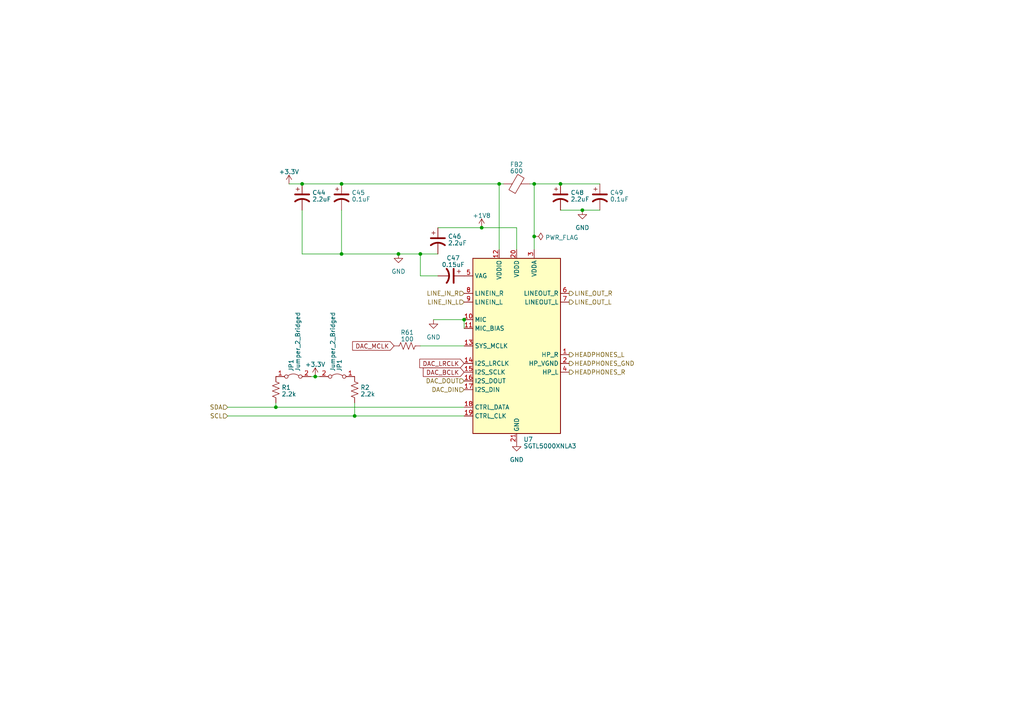
<source format=kicad_sch>
(kicad_sch (version 20230121) (generator eeschema)
  (paper "A4")
  (lib_symbols
    (symbol "Audio:SGTL5000XNLA3"
      (property "Reference" "U" (at 0 0 0))
      (property "Value" "SGTL5000XNLA3" (at -5.08 -27.94 0))
      (symbol "SGTL5000XNLA3_0_1"
        (rectangle (start -12.7 25.4) (end 12.7 -25.4) (stroke (width 0.254)) (fill (type background)))
      )
      (symbol "SGTL5000XNLA3_1_1"
        (pin output line (at 15.24 -2.54 180) (length 2.54) (name "HP_R") (number "1"))
        (pin input line (at -15.24 7.62 0) (length 2.54) (name "MIC") (number "10"))
        (pin input line (at -15.24 5.08 0) (length 2.54) (name "MIC_BIAS") (number "11"))
        (pin power_in line (at -5.08 27.94 270) (length 2.54) (name "VDDIO") (number "12"))
        (pin input line (at -15.24 0 0) (length 2.54) (name "SYS_MCLK") (number "13"))
        (pin input line (at -15.24 -5.08 0) (length 2.54) (name "I2S_LRCLK") (number "14"))
        (pin input line (at -15.24 -7.62 0) (length 2.54) (name "I2S_SCLK") (number "15"))
        (pin output line (at -15.24 -10.16 0) (length 2.54) (name "I2S_DOUT") (number "16"))
        (pin input line (at -15.24 -12.7 0) (length 2.54) (name "I2S_DIN") (number "17"))
        (pin input line (at -15.24 -17.78 0) (length 2.54) (name "CTRL_DATA") (number "18"))
        (pin input line (at -15.24 -20.32 0) (length 2.54) (name "CTRL_CLK") (number "19"))
        (pin power_out line (at 15.24 -5.08 180) (length 2.54) (name "HP_VGND") (number "2"))
        (pin power_in line (at 0 27.94 270) (length 2.54) (name "VDDD") (number "20"))
        (pin power_in line (at 0 -27.94 90) (length 2.54) (name "GND") (number "21"))
        (pin power_in line (at 5.08 27.94 270) (length 2.54) (name "VDDA") (number "3"))
        (pin output line (at 15.24 -7.62 180) (length 2.54) (name "HP_L") (number "4"))
        (pin passive line (at -15.24 20.32 0) (length 2.54) (name "VAG") (number "5"))
        (pin output line (at 15.24 15.24 180) (length 2.54) (name "LINEOUT_R") (number "6"))
        (pin output line (at 15.24 12.7 180) (length 2.54) (name "LINEOUT_L") (number "7"))
        (pin input line (at -15.24 15.24 0) (length 2.54) (name "LINEIN_R") (number "8"))
        (pin input line (at -15.24 12.7 0) (length 2.54) (name "LINEIN_L") (number "9"))
      )
    )
    (symbol "Device:C_Polarized_US" (pin_numbers hide) (pin_names (offset 0.254) hide)
      (property "Reference" "C" (at 0.635 2.54 0))
      (property "Value" "C_Polarized_US" (at 0.635 -2.54 0))
      (symbol "C_Polarized_US_0_1"
        (polyline (pts (xy -2.032 0.762) (xy 2.032 0.762)) (stroke (width 0.508)))
        (polyline (pts (xy -1.778 2.286) (xy -0.762 2.286)))
        (polyline (pts (xy -1.27 1.778) (xy -1.27 2.794)))
        (arc (start 2.032 -1.27) (mid 0 -0.5572) (end -2.032 -1.27) (stroke (width 0.508)))
      )
      (symbol "C_Polarized_US_1_1"
        (pin passive line (at 0 3.81 270) (length 2.794) (name "~") (number "1"))
        (pin passive line (at 0 -3.81 90) (length 3.302) (name "~") (number "2"))
      )
    )
    (symbol "Device:FerriteBead" (pin_numbers hide) (pin_names (offset 0))
      (property "Reference" "FB" (at -3.81 0.635 90))
      (property "Value" "FerriteBead" (at 3.81 0 90))
      (symbol "FerriteBead_0_1"
        (polyline (pts (xy 0 -1.27) (xy 0 -1.2192)))
        (polyline (pts (xy 0 1.27) (xy 0 1.2954)))
        (polyline (pts (xy -2.7686 0.4064) (xy -1.7018 2.2606) (xy 2.7686 -0.3048) (xy 1.6764 -2.159) (xy -2.7686 0.4064)))
      )
      (symbol "FerriteBead_1_1"
        (pin passive line (at 0 3.81 270) (length 2.54) (name "~") (number "1"))
        (pin passive line (at 0 -3.81 90) (length 2.54) (name "~") (number "2"))
      )
    )
    (symbol "Device:R_US" (pin_numbers hide) (pin_names (offset 0))
      (property "Reference" "R" (at 2.54 0 90))
      (property "Value" "R_US" (at -2.54 0 90))
      (symbol "R_US_0_1"
        (polyline (pts (xy 0 -2.286) (xy 0 -2.54)))
        (polyline (pts (xy 0 2.286) (xy 0 2.54)))
        (polyline (pts (xy 0 -0.762) (xy 1.016 -1.143) (xy 0 -1.524) (xy -1.016 -1.905) (xy 0 -2.286)))
        (polyline (pts (xy 0 0.762) (xy 1.016 0.381) (xy 0 0) (xy -1.016 -0.381) (xy 0 -0.762)))
        (polyline (pts (xy 0 2.286) (xy 1.016 1.905) (xy 0 1.524) (xy -1.016 1.143) (xy 0 0.762)))
      )
      (symbol "R_US_1_1"
        (pin passive line (at 0 3.81 270) (length 1.27) (name "~") (number "1"))
        (pin passive line (at 0 -3.81 90) (length 1.27) (name "~") (number "2"))
      )
    )
    (symbol "Jumper:Jumper_2_Bridged" (pin_names (offset 0) hide)
      (property "Reference" "JP" (at 0 1.905 0))
      (property "Value" "Jumper_2_Bridged" (at 0 -2.54 0))
      (symbol "Jumper_2_Bridged_0_0"
        (circle (center -2.032 0) (radius 0.508))
        (circle (center 2.032 0) (radius 0.508))
      )
      (symbol "Jumper_2_Bridged_0_1"
        (arc (start 1.524 0.254) (mid 0 0.762) (end -1.524 0.254))
      )
      (symbol "Jumper_2_Bridged_1_1"
        (pin passive line (at -5.08 0 0) (length 2.54) (name "A") (number "1"))
        (pin passive line (at 5.08 0 180) (length 2.54) (name "B") (number "2"))
      )
    )
    (symbol "power:+1V8" (power) (pin_names (offset 0))
      (property "Value" "+1V8" (at 0 3.556 0))
      (symbol "+1V8_0_1"
        (polyline (pts (xy -0.762 1.27) (xy 0 2.54)))
        (polyline (pts (xy 0 0) (xy 0 2.54)))
        (polyline (pts (xy 0 2.54) (xy 0.762 1.27)))
      )
      (symbol "+1V8_1_1"
        (pin power_in line (at 0 0 90) (length 0) hide (name "+1V8") (number "1"))
      )
    )
    (symbol "power:+3.3V" (power) (pin_names (offset 0))
      (property "Value" "+3.3V" (at 0 3.556 0))
      (symbol "+3.3V_0_1"
        (polyline (pts (xy -0.762 1.27) (xy 0 2.54)))
        (polyline (pts (xy 0 0) (xy 0 2.54)))
        (polyline (pts (xy 0 2.54) (xy 0.762 1.27)))
      )
      (symbol "+3.3V_1_1"
        (pin power_in line (at 0 0 90) (length 0) hide (name "+3.3V") (number "1"))
      )
    )
    (symbol "power:GND" (power) (pin_names (offset 0))
      (property "Value" "GND" (at 0 -3.81 0))
      (symbol "GND_0_1"
        (polyline (pts (xy 0 0) (xy 0 -1.27) (xy 1.27 -1.27) (xy 0 -2.54) (xy -1.27 -1.27) (xy 0 -1.27)))
      )
      (symbol "GND_1_1"
        (pin power_in line (at 0 0 270) (length 0) hide (name "GND") (number "1"))
      )
    )
    (symbol "power:PWR_FLAG" (power) (pin_numbers hide) (pin_names (offset 0) hide)
      (property "Value" "PWR_FLAG" (at 0 3.81 0))
      (symbol "PWR_FLAG_0_0"
        (pin power_out line (at 0 0 90) (length 0) (name "pwr") (number "1"))
      )
      (symbol "PWR_FLAG_0_1"
        (polyline (pts (xy 0 0) (xy 0 1.27) (xy -1.016 1.905) (xy 0 2.54) (xy 1.016 1.905) (xy 0 1.27)))
      )
    )
  )
  (junction (at 87.63 53.34))
  (junction (at 139.7 66.04))
  (junction (at 154.94 68.58))
  (junction (at 115.57 73.66))
  (junction (at 121.92 73.66))
  (junction (at 154.94 53.34))
  (junction (at 162.56 53.34))
  (junction (at 99.06 73.66))
  (junction (at 102.87 120.65))
  (junction (at 80.01 118.11))
  (junction (at 91.44 109.22))
  (junction (at 99.06 53.34))
  (junction (at 168.91 60.96))
  (junction (at 144.78 53.34))
  (junction (at 134.62 92.71))
  (wire (pts (xy 102.87 120.65) (xy 134.62 120.65)))
  (wire (pts (xy 162.56 53.34) (xy 173.99 53.34)))
  (wire (pts (xy 99.06 53.34) (xy 144.78 53.34)))
  (wire (pts (xy 115.57 73.66) (xy 121.92 73.66)))
  (wire (pts (xy 83.82 53.34) (xy 87.63 53.34)))
  (wire (pts (xy 87.63 53.34) (xy 99.06 53.34)))
  (wire (pts (xy 149.86 66.04) (xy 149.86 72.39)))
  (wire (pts (xy 154.94 53.34) (xy 154.94 68.58)))
  (wire (pts (xy 99.06 73.66) (xy 115.57 73.66)))
  (wire (pts (xy 121.92 73.66) (xy 127 73.66)))
  (wire (pts (xy 121.92 100.33) (xy 134.62 100.33)))
  (wire (pts (xy 121.92 80.01) (xy 121.92 73.66)))
  (wire (pts (xy 102.87 116.84) (xy 102.87 120.65)))
  (wire (pts (xy 139.7 66.04) (xy 149.86 66.04)))
  (wire (pts (xy 154.94 68.58) (xy 154.94 72.39)))
  (wire (pts (xy 144.78 72.39) (xy 144.78 53.34)))
  (wire (pts (xy 99.06 60.96) (xy 99.06 73.66)))
  (wire (pts (xy 162.56 60.96) (xy 168.91 60.96)))
  (wire (pts (xy 153.67 53.34) (xy 154.94 53.34)))
  (wire (pts (xy 154.94 53.34) (xy 162.56 53.34)))
  (wire (pts (xy 127 80.01) (xy 121.92 80.01)))
  (wire (pts (xy 168.91 60.96) (xy 173.99 60.96)))
  (wire (pts (xy 66.04 118.11) (xy 80.01 118.11)))
  (wire (pts (xy 66.04 120.65) (xy 102.87 120.65)))
  (wire (pts (xy 134.62 92.71) (xy 134.62 95.25)))
  (wire (pts (xy 80.01 118.11) (xy 134.62 118.11)))
  (wire (pts (xy 87.63 73.66) (xy 99.06 73.66)))
  (wire (pts (xy 87.63 60.96) (xy 87.63 73.66)))
  (wire (pts (xy 80.01 116.84) (xy 80.01 118.11)))
  (wire (pts (xy 91.44 109.22) (xy 92.71 109.22)))
  (wire (pts (xy 125.73 92.71) (xy 134.62 92.71)))
  (wire (pts (xy 127 66.04) (xy 139.7 66.04)))
  (wire (pts (xy 144.78 53.34) (xy 146.05 53.34)))
  (wire (pts (xy 90.17 109.22) (xy 91.44 109.22)))
  (global_label "DAC_LRCLK" (shape input) (at 134.62 105.41 180) (property "Intersheetrefs" "${INTERSHEET_REFS}" (effects hide)))
  (global_label "DAC_BCLK" (shape input) (at 134.62 107.95 180) (property "Intersheetrefs" "${INTERSHEET_REFS}" (effects hide)))
  (global_label "DAC_MCLK" (shape input) (at 114.3 100.33 180) (property "Intersheetrefs" "${INTERSHEET_REFS}" (effects hide)))
  (hierarchical_label "LINE_OUT_R" (shape output) (at 165.1 85.09 0))
  (hierarchical_label "DAC_DOUT" (shape input) (at 134.62 110.49 180))
  (hierarchical_label "HEADPHONES_GND" (shape output) (at 165.1 105.41 0))
  (hierarchical_label "LINE_IN_R" (shape input) (at 134.62 85.09 180))
  (hierarchical_label "SCL" (shape input) (at 66.04 120.65 180))
  (hierarchical_label "HEADPHONES_R" (shape output) (at 165.1 107.95 0))
  (hierarchical_label "DAC_DIN" (shape input) (at 134.62 113.03 180))
  (hierarchical_label "LINE_IN_L" (shape input) (at 134.62 87.63 180))
  (hierarchical_label "LINE_OUT_L" (shape output) (at 165.1 87.63 0))
  (hierarchical_label "HEADPHONES_L" (shape output) (at 165.1 102.87 0))
  (hierarchical_label "SDA" (shape input) (at 66.04 118.11 180))
  (symbol (lib_id "Jumper:Jumper_2_Bridged") (at 97.79 109.22 0) (mirror y) (unit 1)
    (property "Reference" "JP1" (at 98.4337 107.823 90) (effects (justify left)))
    (property "Value" "Jumper_2_Bridged" (at 96.5127 107.823 90) (effects (justify left)))
    (property "Footprint" "Jumper:SolderJumper-2_P1.3mm_Bridged_Pad1.0x1.5mm" (effects hide))
    (instances (project "body2" (path "" (reference "JP1") (unit 1)) (path "" (reference "JP17") (unit 1)) (path "" (reference "JP13") (unit 1)) (path "" (reference "JP15") (unit 1))))
  )
  (symbol (lib_id "Device:C_Polarized_US") (at 99.06 57.15 0) (unit 1)
    (property "Reference" "C45" (at 101.981 55.8713 0) (effects (justify left)))
    (property "Value" "0.1uF" (at 101.981 57.7923 0) (effects (justify left)))
    (property "Footprint" "Capacitor_SMD:C_0603_1608Metric" (effects hide))
    (instances (project "body2" (path "" (reference "C45") (unit 1)) (path "" (reference "C51") (unit 1)) (path "" (reference "C39") (unit 1))) (project "stomp_00" (path "" (reference "C19") (unit 1))))
  )
  (symbol (lib_id "power:+3.3V") (at 91.44 109.22 0) (unit 1)
    (property "Reference" "#PWR03" (effects hide))
    (property "Value" "+3.3V" (at 91.44 105.7181 0))
    (instances (project "body2" (path "" (reference "#PWR03") (unit 1)) (path "" (reference "#PWR075") (unit 1)) (path "" (reference "#PWR061") (unit 1)) (path "" (reference "#PWR068") (unit 1))) (project "stomp_00" (path "" (reference "#PWR026") (unit 1))))
  )
  (symbol (lib_id "Device:C_Polarized_US") (at 87.63 57.15 0) (unit 1)
    (property "Reference" "C44" (at 90.551 55.8713 0) (effects (justify left)))
    (property "Value" "2.2uF" (at 90.551 57.7923 0) (effects (justify left)))
    (property "Footprint" "Capacitor_SMD:C_0603_1608Metric" (effects hide))
    (instances (project "body2" (path "" (reference "C44") (unit 1)) (path "" (reference "C50") (unit 1)) (path "" (reference "C38") (unit 1))) (project "stomp_00" (path "" (reference "C18") (unit 1))))
  )
  (symbol (lib_id "Device:R_US") (at 80.01 113.03 180) (unit 1)
    (property "Reference" "R1" (at 81.661 112.3863 0) (effects (justify right)))
    (property "Value" "2.2k" (at 81.661 114.3073 0) (effects (justify right)))
    (property "Footprint" "Resistor_SMD:R_0603_1608Metric" (effects hide))
    (property "LCSC" "C21190" (effects hide))
    (instances (project "body2" (path "" (reference "R1") (unit 1)) (path "" (reference "R62") (unit 1)) (path "" (reference "R56") (unit 1)) (path "" (reference "R59") (unit 1))) (project "stomp_00" (path "" (reference "R18") (unit 1))))
  )
  (symbol (lib_id "power:GND") (at 125.73 92.71 0) (unit 1)
    (property "Reference" "#PWR070" (effects hide))
    (property "Value" "GND" (at 125.73 97.79 0))
    (instances (project "body2" (path "" (reference "#PWR070") (unit 1)) (path "" (reference "#PWR077") (unit 1)) (path "" (reference "#PWR063") (unit 1))) (project "dk2_01" (path "" (reference "#PWR044") (unit 1))) (project "stomp_00" (path "" (reference "#PWR02") (unit 1)) (path "" (reference "#PWR02") (unit 1)) (path "" (reference "#PWR028") (unit 1))))
  )
  (symbol (lib_id "Device:C_Polarized_US") (at 127 69.85 0) (unit 1)
    (property "Reference" "C46" (at 129.921 68.5713 0) (effects (justify left)))
    (property "Value" "2.2uF" (at 129.921 70.4923 0) (effects (justify left)))
    (property "Footprint" "Capacitor_SMD:C_0603_1608Metric" (effects hide))
    (instances (project "body2" (path "" (reference "C46") (unit 1)) (path "" (reference "C52") (unit 1)) (path "" (reference "C40") (unit 1))) (project "stomp_00" (path "" (reference "C21") (unit 1))))
  )
  (symbol (lib_id "Device:C_Polarized_US") (at 173.99 57.15 0) (unit 1)
    (property "Reference" "C49" (at 176.911 55.8713 0) (effects (justify left)))
    (property "Value" "0.1uF" (at 176.911 57.7923 0) (effects (justify left)))
    (property "Footprint" "Capacitor_SMD:C_0603_1608Metric" (effects hide))
    (instances (project "body2" (path "" (reference "C49") (unit 1)) (path "" (reference "C55") (unit 1)) (path "" (reference "C43") (unit 1))) (project "stomp_00" (path "" (reference "C24") (unit 1))))
  )
  (symbol (lib_id "Device:R_US") (at 118.11 100.33 270) (unit 1)
    (property "Reference" "R61" (at 118.11 96.4311 90))
    (property "Value" "100" (at 118.11 98.3521 90))
    (property "Footprint" "Resistor_SMD:R_0603_1608Metric" (effects hide))
    (instances (project "body2" (path "" (reference "R61") (unit 1)) (path "" (reference "R64") (unit 1)) (path "" (reference "R58") (unit 1))) (project "stomp_00" (path "" (reference "R20") (unit 1))))
  )
  (symbol (lib_id "Audio:SGTL5000XNLA3") (at 149.86 100.33 0) (unit 1)
    (property "Reference" "U7" (at 151.8159 127.4525 0) (effects (justify left)))
    (property "Value" "SGTL5000XNLA3" (at 151.8159 129.3735 0) (effects (justify left)))
    (property "Footprint" "Package_DFN_QFN:QFN-20-1EP_3x3mm_P0.4mm_EP1.65x1.65mm" (effects hide))
    (property "Datasheet" "https://www.nxp.com/docs/en/data-sheet/SGTL5000.pdf" (effects hide))
    (instances (project "body2" (path "" (reference "U7") (unit 1)) (path "" (reference "U8") (unit 1)) (path "" (reference "U6") (unit 1))) (project "stomp_00" (path "" (reference "U5") (unit 1))))
  )
  (symbol (lib_id "Device:R_US") (at 102.87 113.03 180) (unit 1)
    (property "Reference" "R2" (at 104.521 112.3863 0) (effects (justify right)))
    (property "Value" "2.2k" (at 104.521 114.3073 0) (effects (justify right)))
    (property "Footprint" "Resistor_SMD:R_0603_1608Metric" (effects hide))
    (property "LCSC" "C21190" (effects hide))
    (instances (project "body2" (path "" (reference "R2") (unit 1)) (path "" (reference "R63") (unit 1)) (path "" (reference "R57") (unit 1)) (path "" (reference "R60") (unit 1))) (project "stomp_00" (path "" (reference "R19") (unit 1))))
  )
  (symbol (lib_id "Device:C_Polarized_US") (at 130.81 80.01 270) (unit 1)
    (property "Reference" "C47" (at 131.445 74.8411 90))
    (property "Value" "0.15uF" (at 131.445 76.7621 90))
    (property "Footprint" "Capacitor_SMD:C_0603_1608Metric" (effects hide))
    (instances (project "body2" (path "" (reference "C47") (unit 1)) (path "" (reference "C53") (unit 1)) (path "" (reference "C41") (unit 1))) (project "stomp_00" (path "" (reference "C22") (unit 1))))
  )
  (symbol (lib_id "Jumper:Jumper_2_Bridged") (at 85.09 109.22 0) (unit 1)
    (property "Reference" "JP1" (at 84.4463 107.823 90) (effects (justify left)))
    (property "Value" "Jumper_2_Bridged" (at 86.3673 107.823 90) (effects (justify left)))
    (property "Footprint" "Jumper:SolderJumper-2_P1.3mm_Bridged_Pad1.0x1.5mm" (effects hide))
    (instances (project "body2" (path "" (reference "JP1") (unit 1)) (path "" (reference "JP16") (unit 1)) (path "" (reference "JP12") (unit 1)) (path "" (reference "JP14") (unit 1))))
  )
  (symbol (lib_id "Device:FerriteBead") (at 149.86 53.34 90) (unit 1)
    (property "Reference" "FB2" (at 149.8092 47.6885 90))
    (property "Value" "600" (at 149.8092 49.6095 90))
    (property "Footprint" "Inductor_SMD:L_0603_1608Metric" (effects hide))
    (instances (project "body2" (path "" (reference "FB2") (unit 1)) (path "" (reference "FB3") (unit 1)) (path "" (reference "FB1") (unit 1))) (project "stomp_00" (path "" (reference "FB1") (unit 1))))
  )
  (symbol (lib_id "power:PWR_FLAG") (at 154.94 68.58 270) (unit 1)
    (property "Reference" "#FLG01" (effects hide))
    (property "Value" "PWR_FLAG" (at 158.115 68.8968 90) (effects (justify left)))
    (instances (project "body2" (path "" (reference "#FLG01") (unit 1)) (path "" (reference "#FLG02") (unit 1)) (path "" (reference "#FLG03") (unit 1)) (path "" (reference "#FLG01") (unit 1))))
  )
  (symbol (lib_id "power:+1V8") (at 139.7 66.04 0) (unit 1)
    (property "Reference" "#PWR071" (effects hide))
    (property "Value" "+1V8" (at 139.7 62.5381 0))
    (instances (project "body2" (path "" (reference "#PWR071") (unit 1)) (path "" (reference "#PWR078") (unit 1)) (path "" (reference "#PWR064") (unit 1))) (project "stomp_00" (path "" (reference "#PWR03") (unit 1)) (path "" (reference "#PWR029") (unit 1))))
  )
  (symbol (lib_id "power:+3.3V") (at 83.82 53.34 0) (unit 1)
    (property "Reference" "#PWR067" (effects hide))
    (property "Value" "+3.3V" (at 83.82 49.8381 0))
    (instances (project "body2" (path "" (reference "#PWR067") (unit 1)) (path "" (reference "#PWR074") (unit 1)) (path "" (reference "#PWR060") (unit 1))) (project "stomp_00" (path "" (reference "#PWR01") (unit 1)) (path "" (reference "#PWR025") (unit 1))))
  )
  (symbol (lib_id "power:GND") (at 115.57 73.66 0) (unit 1)
    (property "Reference" "#PWR069" (effects hide))
    (property "Value" "GND" (at 115.57 78.74 0))
    (instances (project "body2" (path "" (reference "#PWR069") (unit 1)) (path "" (reference "#PWR076") (unit 1)) (path "" (reference "#PWR062") (unit 1))) (project "dk2_01" (path "" (reference "#PWR044") (unit 1))) (project "stomp_00" (path "" (reference "#PWR02") (unit 1)) (path "" (reference "#PWR02") (unit 1)) (path "" (reference "#PWR027") (unit 1))))
  )
  (symbol (lib_id "power:GND") (at 149.86 128.27 0) (unit 1)
    (property "Reference" "#PWR072" (effects hide))
    (property "Value" "GND" (at 149.86 133.35 0))
    (instances (project "body2" (path "" (reference "#PWR072") (unit 1)) (path "" (reference "#PWR079") (unit 1)) (path "" (reference "#PWR065") (unit 1))) (project "dk2_01" (path "" (reference "#PWR044") (unit 1))) (project "stomp_00" (path "" (reference "#PWR02") (unit 1)) (path "" (reference "#PWR02") (unit 1)) (path "" (reference "#PWR030") (unit 1))))
  )
  (symbol (lib_id "Device:C_Polarized_US") (at 162.56 57.15 0) (unit 1)
    (property "Reference" "C48" (at 165.481 55.8713 0) (effects (justify left)))
    (property "Value" "2.2uF" (at 165.481 57.7923 0) (effects (justify left)))
    (property "Footprint" "Capacitor_SMD:C_0603_1608Metric" (effects hide))
    (instances (project "body2" (path "" (reference "C48") (unit 1)) (path "" (reference "C54") (unit 1)) (path "" (reference "C42") (unit 1))) (project "stomp_00" (path "" (reference "C23") (unit 1))))
  )
  (symbol (lib_id "power:GND") (at 168.91 60.96 0) (unit 1)
    (property "Reference" "#PWR073" (effects hide))
    (property "Value" "GND" (at 168.91 66.04 0))
    (instances (project "body2" (path "" (reference "#PWR073") (unit 1)) (path "" (reference "#PWR080") (unit 1)) (path "" (reference "#PWR066") (unit 1))) (project "dk2_01" (path "" (reference "#PWR044") (unit 1))) (project "stomp_00" (path "" (reference "#PWR02") (unit 1)) (path "" (reference "#PWR02") (unit 1)) (path "" (reference "#PWR031") (unit 1))))
  )
)
</source>
